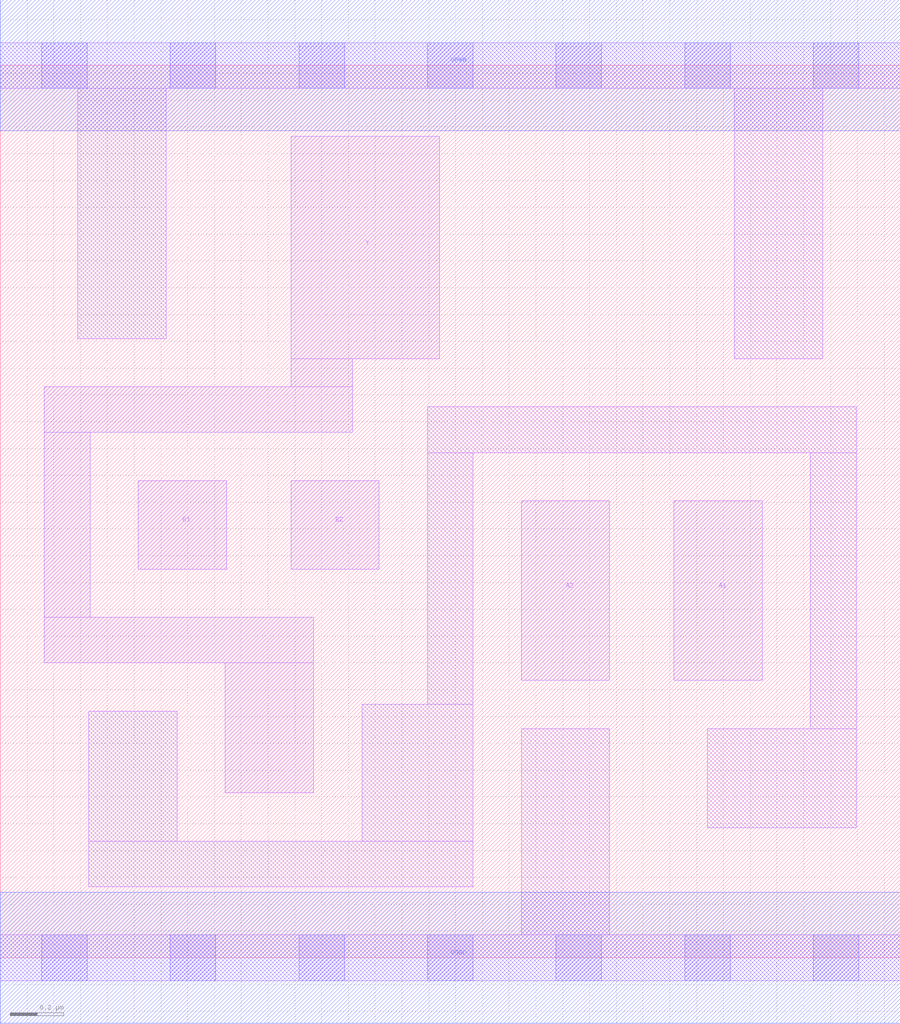
<source format=lef>
# Copyright 2020 The SkyWater PDK Authors
#
# Licensed under the Apache License, Version 2.0 (the "License");
# you may not use this file except in compliance with the License.
# You may obtain a copy of the License at
#
#     https://www.apache.org/licenses/LICENSE-2.0
#
# Unless required by applicable law or agreed to in writing, software
# distributed under the License is distributed on an "AS IS" BASIS,
# WITHOUT WARRANTIES OR CONDITIONS OF ANY KIND, either express or implied.
# See the License for the specific language governing permissions and
# limitations under the License.
#
# SPDX-License-Identifier: Apache-2.0

VERSION 5.7 ;
  NOWIREEXTENSIONATPIN ON ;
  DIVIDERCHAR "/" ;
  BUSBITCHARS "[]" ;
UNITS
  DATABASE MICRONS 200 ;
END UNITS
MACRO sky130_fd_sc_lp__o22ai_lp
  CLASS CORE ;
  FOREIGN sky130_fd_sc_lp__o22ai_lp ;
  ORIGIN  0.000000  0.000000 ;
  SIZE  3.360000 BY  3.330000 ;
  SYMMETRY X Y R90 ;
  SITE unit ;
  PIN A1
    ANTENNAGATEAREA  0.313000 ;
    DIRECTION INPUT ;
    USE SIGNAL ;
    PORT
      LAYER li1 ;
        RECT 2.515000 1.035000 2.845000 1.705000 ;
    END
  END A1
  PIN A2
    ANTENNAGATEAREA  0.313000 ;
    DIRECTION INPUT ;
    USE SIGNAL ;
    PORT
      LAYER li1 ;
        RECT 1.945000 1.035000 2.275000 1.705000 ;
    END
  END A2
  PIN B1
    ANTENNAGATEAREA  0.313000 ;
    DIRECTION INPUT ;
    USE SIGNAL ;
    PORT
      LAYER li1 ;
        RECT 0.515000 1.450000 0.845000 1.780000 ;
    END
  END B1
  PIN B2
    ANTENNAGATEAREA  0.313000 ;
    DIRECTION INPUT ;
    USE SIGNAL ;
    PORT
      LAYER li1 ;
        RECT 1.085000 1.450000 1.415000 1.780000 ;
    END
  END B2
  PIN Y
    ANTENNADIFFAREA  0.437600 ;
    DIRECTION OUTPUT ;
    USE SIGNAL ;
    PORT
      LAYER li1 ;
        RECT 0.165000 1.100000 1.170000 1.270000 ;
        RECT 0.165000 1.270000 0.335000 1.960000 ;
        RECT 0.165000 1.960000 1.315000 2.130000 ;
        RECT 0.840000 0.615000 1.170000 1.100000 ;
        RECT 1.085000 2.130000 1.315000 2.235000 ;
        RECT 1.085000 2.235000 1.640000 3.065000 ;
    END
  END Y
  PIN VGND
    DIRECTION INOUT ;
    USE GROUND ;
    PORT
      LAYER met1 ;
        RECT 0.000000 -0.245000 3.360000 0.245000 ;
    END
  END VGND
  PIN VPWR
    DIRECTION INOUT ;
    USE POWER ;
    PORT
      LAYER met1 ;
        RECT 0.000000 3.085000 3.360000 3.575000 ;
    END
  END VPWR
  OBS
    LAYER li1 ;
      RECT 0.000000 -0.085000 3.360000 0.085000 ;
      RECT 0.000000  3.245000 3.360000 3.415000 ;
      RECT 0.290000  2.310000 0.620000 3.245000 ;
      RECT 0.330000  0.265000 1.765000 0.435000 ;
      RECT 0.330000  0.435000 0.660000 0.920000 ;
      RECT 1.350000  0.435000 1.765000 0.945000 ;
      RECT 1.595000  0.945000 1.765000 1.885000 ;
      RECT 1.595000  1.885000 3.195000 2.055000 ;
      RECT 1.945000  0.085000 2.275000 0.855000 ;
      RECT 2.640000  0.485000 3.195000 0.855000 ;
      RECT 2.740000  2.235000 3.070000 3.245000 ;
      RECT 3.025000  0.855000 3.195000 1.885000 ;
    LAYER mcon ;
      RECT 0.155000 -0.085000 0.325000 0.085000 ;
      RECT 0.155000  3.245000 0.325000 3.415000 ;
      RECT 0.635000 -0.085000 0.805000 0.085000 ;
      RECT 0.635000  3.245000 0.805000 3.415000 ;
      RECT 1.115000 -0.085000 1.285000 0.085000 ;
      RECT 1.115000  3.245000 1.285000 3.415000 ;
      RECT 1.595000 -0.085000 1.765000 0.085000 ;
      RECT 1.595000  3.245000 1.765000 3.415000 ;
      RECT 2.075000 -0.085000 2.245000 0.085000 ;
      RECT 2.075000  3.245000 2.245000 3.415000 ;
      RECT 2.555000 -0.085000 2.725000 0.085000 ;
      RECT 2.555000  3.245000 2.725000 3.415000 ;
      RECT 3.035000 -0.085000 3.205000 0.085000 ;
      RECT 3.035000  3.245000 3.205000 3.415000 ;
  END
END sky130_fd_sc_lp__o22ai_lp
END LIBRARY

</source>
